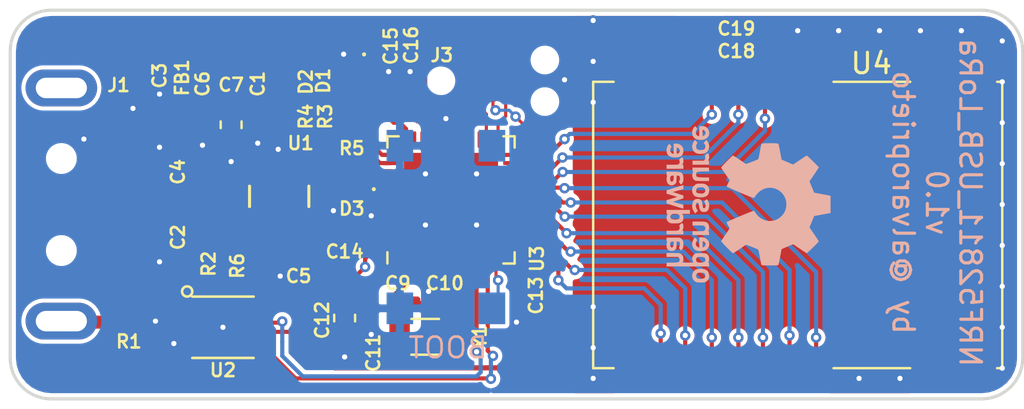
<source format=kicad_pcb>
(kicad_pcb (version 20171130) (host pcbnew 5.1.5+dfsg1-2build2)
  (title_block (title NRF52811_USB_LoRa) (date 2020-06-10) (rev 1.0) (company @alvaroprieto))
  (layers (0 F.Cu signal) (31 B.Cu signal) (34 B.Paste user) (35 F.Paste user) (36 B.SilkS user) (37 F.SilkS user) (38 B.Mask user) (39 F.Mask user) (44 Edge.Cuts user))
  (net 0 "")
  (net 1 GND)
  (net 2 +3V3)
  (net 3 "Net-(J1-Pad5)")
  (net 4 "Net-(U1-Pad4)")
  (net 5 "Net-(U3-Pad4)")
  (net 6 "Net-(U3-Pad6)")
  (net 7 "Net-(U3-Pad7)")
  (net 8 "Net-(U3-Pad8)")
  (net 9 /nRST)
  (net 10 /VIN)
  (net 11 /UART_RX)
  (net 12 /SWDIO)
  (net 13 /SWCLK)
  (net 14 /UART_TX)
  (net 15 /BOOT)
  (net 16 "Net-(C9-Pad1)")
  (net 17 "Net-(U2-Pad8)")
  (net 18 "Net-(C3-Pad2)")
  (net 19 "Net-(C10-Pad1)")
  (net 20 "Net-(C11-Pad1)")
  (net 21 "Net-(C14-Pad1)")
  (net 22 "Net-(C16-Pad2)")
  (net 23 "Net-(D1-Pad2)")
  (net 24 "Net-(D2-Pad2)")
  (net 25 "Net-(D3-Pad2)")
  (net 26 "Net-(J3-Pad6)")
  (net 27 "Net-(R2-Pad1)")
  (net 28 /TX_LED)
  (net 29 /RX_LED)
  (net 30 /STATUS_LED)
  (net 31 "Net-(R6-Pad2)")
  (net 32 "Net-(U2-Pad11)")
  (net 33 "Net-(U2-Pad6)")
  (net 34 "Net-(U2-Pad3)")
  (net 35 "Net-(U3-Pad5)")
  (net 36 "Net-(U3-Pad9)")
  (net 37 "Net-(U3-Pad27)")
  (net 38 "Net-(U3-Pad28)")
  (net 39 "Net-(U3-Pad29)")
  (net 40 "Net-(U3-Pad40)")
  (net 41 "Net-(U3-Pad41)")
  (net 42 "Net-(U3-Pad42)")
  (net 43 "Net-(U3-Pad43)")
  (net 44 "Net-(U3-Pad44)")
  (net 45 "Net-(U3-Pad30)")
  (net 46 "Net-(U3-Pad34)")
  (net 47 "Net-(U3-Pad35)")
  (net 48 "Net-(U4-Pad21)")
  (net 49 /E22_NSS)
  (net 50 /SCK)
  (net 51 /MOSI)
  (net 52 /MISO)
  (net 53 /E22_NRST)
  (net 54 /E22_DIO1)
  (net 55 /E22_DIO2)
  (net 56 /E22_TXEN)
  (net 57 /E22_RXEN)
  (net 58 "Net-(U3-Pad32)")
  (net 59 /USB_N)
  (net 60 /USB_P)
  (net 61 "Net-(U3-Pad47)")
  (net 62 /E22_BUSY)
  (module Symbol:OSHW-Logo_7.5x8mm_SilkScreen (layer B.Cu) (at 203.6 90 90)
    (fp_text reference REF** hide)
    (fp_text value OSHW-Logo_7.5x8mm_SilkScreen hide)
  )
  (module alvarop:MOLEX-0480371000 (layer F.Cu) (at 170 90 270)
    (fp_text reference J1 (at -5.837 -2.8 180) (layer F.SilkS) (effects (font (size 0.635 0.635) (thickness 0.127))))
    (fp_text value USB_A)
    (pad 5 thru_hole oval (at -5.7 0 270) (size 1.8 3.5) (drill oval 1 2.5) (layers *.Cu *.Mask) (net 3 "Net-(J1-Pad5)"))
    (pad 5 thru_hole oval (at 5.7 0 270) (size 1.8 3.5) (drill oval 1 2.5) (layers *.Cu *.Mask) (net 3 "Net-(J1-Pad5)"))
    (pad "" np_thru_hole circle (at -2.25 0 270) (size 1.1 1.1) (drill 1.1) (layers *.Cu *.Mask))
    (pad "" np_thru_hole circle (at 2.25 0 270) (size 1.1 1.1) (drill 1.1) (layers *.Cu *.Mask))
    (pad 1 smd rect (at 3.5 -2.6 270) (size 1.2 2) (layers F.Cu F.Paste F.Mask) (net 18 "Net-(C3-Pad2)"))
    (pad 4 smd rect (at -3.5 -2.6 270) (size 1.2 2) (layers F.Cu F.Paste F.Mask) (net 1 GND))
    (pad 2 smd rect (at 1 -2.6 270) (size 1.2 2) (layers F.Cu F.Paste F.Mask) (net 59 /USB_N))
    (pad 3 smd rect (at -1 -2.6 270) (size 1.2 2) (layers F.Cu F.Paste F.Mask) (net 60 /USB_P))
  )
  (module alvarop:TC2030-NL (layer F.Cu) (at 191.1 83.95)
    (fp_text reference J3 (at -2.5 -1.25) (layer F.SilkS) (effects (font (size 0.635 0.635) (thickness 0.127))))
    (fp_text value TC2030-CTX)
    (pad "" np_thru_hole circle (at -2.54 0) (size 0.9906 0.9906) (drill 0.9906) (layers *.Cu *.Mask))
    (pad "" np_thru_hole circle (at 2.54 -1.016) (size 0.9906 0.9906) (drill 0.9906) (layers *.Cu *.Mask))
    (pad "" np_thru_hole circle (at 2.54 1.016) (size 0.9906 0.9906) (drill 0.9906) (layers *.Cu *.Mask))
    (pad 6 smd circle (at 1.27 -0.635) (size 0.7874 0.7874) (layers F.Cu F.Mask) (net 26 "Net-(J3-Pad6)"))
    (pad 5 smd circle (at 1.27 0.635) (size 0.7874 0.7874) (layers F.Cu F.Mask) (net 1 GND))
    (pad 4 smd circle (at 0 -0.635) (size 0.7874 0.7874) (layers F.Cu F.Mask) (net 13 /SWCLK))
    (pad 3 smd circle (at 0 0.635) (size 0.7874 0.7874) (layers F.Cu F.Mask) (net 9 /nRST))
    (pad 2 smd circle (at -1.27 -0.635) (size 0.7874 0.7874) (layers F.Cu F.Mask) (net 12 /SWDIO))
    (pad 1 smd circle (at -1.27 0.635) (size 0.7874 0.7874) (layers F.Cu F.Mask) (net 2 +3V3))
  )
  (module LED_SMD:LED_0402_1005Metric (layer F.Cu) (at 184.185 89.25 180)
    (fp_text reference D3 (at -0.015 -0.95) (layer F.SilkS) (effects (font (size 0.635 0.635) (thickness 0.127))))
    (fp_text value LED_ALT)
    (pad 1 smd roundrect (at -0.485 0 180) (size 0.59 0.64) (layers F.Cu F.Paste F.Mask) (net 1 GND))
    (pad 2 smd roundrect (at 0.485 0 180) (size 0.59 0.64) (layers F.Cu F.Paste F.Mask) (net 25 "Net-(D3-Pad2)"))
  )
  (module Resistor_SMD:R_0402_1005Metric (layer F.Cu) (at 184.2 88.2)
    (fp_text reference R5 (at 0 -0.95) (layer F.SilkS) (effects (font (size 0.635 0.635) (thickness 0.127))))
    (fp_text value 10k)
    (pad 2 smd roundrect (at 0.485 0) (size 0.59 0.64) (layers F.Cu F.Paste F.Mask) (net 30 /STATUS_LED))
    (pad 1 smd roundrect (at -0.485 0) (size 0.59 0.64) (layers F.Cu F.Paste F.Mask) (net 25 "Net-(D3-Pad2)"))
  )
  (module Capacitor_SMD:C_0402_1005Metric (layer F.Cu) (at 183.965 91.2 180)
    (fp_text reference C14 (at 0.115 -1.1 180) (layer F.SilkS) (effects (font (size 0.635 0.635) (thickness 0.127))))
    (fp_text value 1uF)
    (pad 1 smd roundrect (at -0.485 0 180) (size 0.59 0.64) (layers F.Cu F.Paste F.Mask) (net 21 "Net-(C14-Pad1)"))
    (pad 2 smd roundrect (at 0.485 0 180) (size 0.59 0.64) (layers F.Cu F.Paste F.Mask) (net 1 GND))
  )
  (module Capacitor_SMD:C_0402_1005Metric (layer F.Cu) (at 179.6 85.785 270)
    (fp_text reference C1 (at -1.685 0 90) (layer F.SilkS) (effects (font (size 0.635 0.635) (thickness 0.127))))
    (fp_text value 1uF)
    (pad 1 smd roundrect (at -0.485 0 270) (size 0.59 0.64) (layers F.Cu F.Paste F.Mask) (net 10 /VIN))
    (pad 2 smd roundrect (at 0.485 0 270) (size 0.59 0.64) (layers F.Cu F.Paste F.Mask) (net 1 GND))
  )
  (module Inductor_SMD:L_0402_1005Metric (layer F.Cu) (at 175.8 85.815 90)
    (fp_text reference FB1 (at 2.015 0.1 270) (layer F.SilkS) (effects (font (size 0.635 0.635) (thickness 0.127))))
    (fp_text value FB)
    (pad 1 smd roundrect (at -0.485 0 90) (size 0.59 0.64) (layers F.Cu F.Paste F.Mask) (net 18 "Net-(C3-Pad2)"))
    (pad 2 smd roundrect (at 0.485 0 90) (size 0.59 0.64) (layers F.Cu F.Paste F.Mask) (net 10 /VIN))
  )
  (module alvarop:FTDI_DFN12 (layer F.Cu) (at 177.9 96)
    (fp_text reference U2 (at 0 2.1) (layer F.SilkS) (effects (font (size 0.635 0.635) (thickness 0.127))))
    (fp_text value FT234XD)
    (pad 5 smd rect (at 0 0) (size 1.7 2.5) (layers F.Cu F.Paste F.Mask) (net 1 GND))
    (pad 12 smd roundrect (at 1.55 -1.125) (size 0.65 0.25) (layers F.Cu F.Paste F.Mask) (net 31 "Net-(R6-Pad2)"))
    (pad 11 smd roundrect (at 1.55 -0.675) (size 0.65 0.25) (layers F.Cu F.Paste F.Mask) (net 32 "Net-(U2-Pad11)"))
    (pad 10 smd roundrect (at 1.55 -0.225) (size 0.65 0.25) (layers F.Cu F.Paste F.Mask) (net 14 /UART_TX))
    (pad 9 smd roundrect (at 1.55 0.225) (size 0.65 0.25) (layers F.Cu F.Paste F.Mask) (net 2 +3V3))
    (pad 8 smd roundrect (at 1.55 0.675) (size 0.65 0.25) (layers F.Cu F.Paste F.Mask) (net 17 "Net-(U2-Pad8)"))
    (pad 7 smd roundrect (at 1.55 1.125) (size 0.65 0.25) (layers F.Cu F.Paste F.Mask) (net 11 /UART_RX))
    (pad 6 smd roundrect (at -1.55 1.125) (size 0.65 0.25) (layers F.Cu F.Paste F.Mask) (net 33 "Net-(U2-Pad6)"))
    (pad 5 smd roundrect (at -1.55 0.675) (size 0.65 0.25) (layers F.Cu F.Paste F.Mask) (net 1 GND))
    (pad 4 smd roundrect (at -1.55 0.225) (size 0.65 0.25) (layers F.Cu F.Paste F.Mask) (net 10 /VIN))
    (pad 3 smd roundrect (at -1.55 -0.225) (size 0.65 0.25) (layers F.Cu F.Paste F.Mask) (net 34 "Net-(U2-Pad3)"))
    (pad 2 smd roundrect (at -1.55 -0.675) (size 0.65 0.25) (layers F.Cu F.Paste F.Mask) (net 10 /VIN))
    (pad 1 smd rect (at -1.55 -1.125) (size 0.65 0.25) (layers F.Cu F.Paste F.Mask) (net 27 "Net-(R2-Pad1)"))
  )
  (module Capacitor_SMD:C_0402_1005Metric (layer F.Cu) (at 186.05 84.8 90)
    (fp_text reference C15 (at 2.55 0.05 90) (layer F.SilkS) (effects (font (size 0.635 0.635) (thickness 0.127))))
    (fp_text value 0.1uF)
    (pad 2 smd roundrect (at 0.485 0 90) (size 0.59 0.64) (layers F.Cu F.Paste F.Mask) (net 1 GND))
    (pad 1 smd roundrect (at -0.485 0 90) (size 0.59 0.64) (layers F.Cu F.Paste F.Mask) (net 2 +3V3))
  )
  (module alvarop:E22-X00M22S (layer F.Cu) (at 215 84)
    (fp_text reference U4 (at -5.4 -0.9 180) (layer F.SilkS))
    (fp_text value E22-X00M22S)
    (pad 1 smd rect (at 0 0) (size 0.8 1.8) (layers F.Cu F.Paste F.Mask) (net 1 GND))
    (pad 2 smd rect (at -1.27 0) (size 0.8 1.8) (layers F.Cu F.Paste F.Mask) (net 1 GND))
    (pad 3 smd rect (at -2.54 0) (size 0.8 1.8) (layers F.Cu F.Paste F.Mask) (net 1 GND))
    (pad 4 smd rect (at -8.11 0) (size 0.8 1.8) (layers F.Cu F.Paste F.Mask) (net 1 GND))
    (pad 5 smd rect (at -9.38 0) (size 0.8 1.8) (layers F.Cu F.Paste F.Mask) (net 1 GND))
    (pad 6 smd rect (at -10.65 0) (size 0.8 1.8) (layers F.Cu F.Paste F.Mask) (net 57 /E22_RXEN))
    (pad 7 smd rect (at -11.92 0) (size 0.8 1.8) (layers F.Cu F.Paste F.Mask) (net 56 /E22_TXEN))
    (pad 8 smd rect (at -13.19 0) (size 0.8 1.8) (layers F.Cu F.Paste F.Mask) (net 55 /E22_DIO2))
    (pad 9 smd rect (at -14.46 0) (size 0.8 1.8) (layers F.Cu F.Paste F.Mask) (net 2 +3V3))
    (pad 10 smd rect (at -15.73 0) (size 0.8 1.8) (layers F.Cu F.Paste F.Mask) (net 1 GND))
    (pad 11 smd rect (at -17 0) (size 0.8 1.8) (layers F.Cu F.Paste F.Mask) (net 1 GND))
    (pad 12 smd rect (at -17 14) (size 0.8 1.8) (layers F.Cu F.Paste F.Mask) (net 1 GND))
    (pad 13 smd rect (at -15.73 14) (size 0.8 1.8) (layers F.Cu F.Paste F.Mask) (net 54 /E22_DIO1))
    (pad 14 smd rect (at -14.46 14) (size 0.8 1.8) (layers F.Cu F.Paste F.Mask) (net 62 /E22_BUSY))
    (pad 15 smd rect (at -13.19 14) (size 0.8 1.8) (layers F.Cu F.Paste F.Mask) (net 53 /E22_NRST))
    (pad 16 smd rect (at -11.92 14) (size 0.8 1.8) (layers F.Cu F.Paste F.Mask) (net 52 /MISO))
    (pad 17 smd rect (at -10.65 14) (size 0.8 1.8) (layers F.Cu F.Paste F.Mask) (net 51 /MOSI))
    (pad 18 smd rect (at -9.38 14) (size 0.8 1.8) (layers F.Cu F.Paste F.Mask) (net 50 /SCK))
    (pad 19 smd rect (at -8.11 14) (size 0.8 1.8) (layers F.Cu F.Paste F.Mask) (net 49 /E22_NSS))
    (pad 20 smd rect (at -2.54 14) (size 0.8 1.8) (layers F.Cu F.Paste F.Mask) (net 1 GND))
    (pad 21 smd rect (at -1.27 14) (size 0.8 1.8) (layers F.Cu F.Paste F.Mask) (net 48 "Net-(U4-Pad21)"))
    (pad 22 smd rect (at 0 14) (size 0.8 1.8) (layers F.Cu F.Paste F.Mask) (net 1 GND))
  )
  (module Capacitor_SMD:C_0402_1005Metric (layer F.Cu) (at 201 81.4)
    (fp_text reference C19 (at 2 0) (layer F.SilkS) (effects (font (size 0.635 0.635) (thickness 0.127))))
    (fp_text value 1uF)
    (pad 2 smd roundrect (at 0.485 0) (size 0.59 0.64) (layers F.Cu F.Paste F.Mask) (net 1 GND))
    (pad 1 smd roundrect (at -0.485 0) (size 0.59 0.64) (layers F.Cu F.Paste F.Mask) (net 2 +3V3))
  )
  (module Capacitor_SMD:C_0402_1005Metric (layer F.Cu) (at 201 82.4)
    (fp_text reference C18 (at 2 0.1) (layer F.SilkS) (effects (font (size 0.635 0.635) (thickness 0.127))))
    (fp_text value 0.1uF)
    (pad 2 smd roundrect (at 0.485 0) (size 0.59 0.64) (layers F.Cu F.Paste F.Mask) (net 1 GND))
    (pad 1 smd roundrect (at -0.485 0) (size 0.59 0.64) (layers F.Cu F.Paste F.Mask) (net 2 +3V3))
  )
  (module Capacitor_SMD:C_0402_1005Metric (layer F.Cu) (at 181.15 92.55 180)
    (fp_text reference C5 (at -0.45 -0.95) (layer F.SilkS) (effects (font (size 0.635 0.635) (thickness 0.127))))
    (fp_text value 1uF)
    (pad 1 smd roundrect (at -0.485 0 180) (size 0.59 0.64) (layers F.Cu F.Paste F.Mask) (net 2 +3V3))
    (pad 2 smd roundrect (at 0.485 0 180) (size 0.59 0.64) (layers F.Cu F.Paste F.Mask) (net 1 GND))
  )
  (module "alvarop:SOT-23(M5)" (layer F.Cu) (at 180.65 89.6)
    (fp_text reference U1 (at 1.05 -2.6 180) (layer F.SilkS) (effects (font (size 0.635 0.635) (thickness 0.127))))
    (fp_text value MIC550X hide)
    (pad 5 smd rect (at 0.95 1.315) (size 0.66 1) (layers F.Cu F.Paste F.Mask) (net 2 +3V3))
    (pad 4 smd rect (at -0.95 1.315) (size 0.66 1) (layers F.Cu F.Paste F.Mask) (net 4 "Net-(U1-Pad4)"))
    (pad 3 smd rect (at -0.95 -1.315) (size 0.66 1) (layers F.Cu F.Paste F.Mask) (net 10 /VIN))
    (pad 2 smd rect (at 0 -1.315) (size 0.66 1) (layers F.Cu F.Paste F.Mask) (net 1 GND))
    (pad 1 smd rect (at 0.95 -1.315) (size 0.66 1) (layers F.Cu F.Paste F.Mask) (net 10 /VIN))
  )
  (module alvarop:PTS645SM43SMTR92 (layer B.Cu) (at 188.8 91.1 270)
    (fp_text reference SW1 hide)
    (fp_text value RST)
    (pad 1 smd rect (at -3.975 2.25 270) (size 1.55 1.3) (layers B.Cu B.Paste B.Mask) (net 1 GND))
    (pad 1 smd rect (at 3.975 2.25 270) (size 1.55 1.3) (layers B.Cu B.Paste B.Mask) (net 1 GND))
    (pad 2 smd rect (at -3.975 -2.25 270) (size 1.55 1.3) (layers B.Cu B.Paste B.Mask) (net 15 /BOOT))
    (pad 2 smd rect (at 3.975 -2.25 270) (size 1.55 1.3) (layers B.Cu B.Paste B.Mask) (net 15 /BOOT))
  )
  (module Capacitor_SMD:C_0402_1005Metric (layer F.Cu) (at 186.77 94.816)
    (fp_text reference C9 (at -0.32 -0.966) (layer F.SilkS) (effects (font (size 0.635 0.635) (thickness 0.127))))
    (fp_text value 12pF)
    (pad 2 smd roundrect (at 0.485 0) (size 0.59 0.64) (layers F.Cu F.Paste F.Mask) (net 1 GND))
    (pad 1 smd roundrect (at -0.485 0) (size 0.59 0.64) (layers F.Cu F.Paste F.Mask) (net 16 "Net-(C9-Pad1)"))
  )
  (module Capacitor_SMD:C_0402_1005Metric (layer F.Cu) (at 188.698 94.816 180)
    (fp_text reference C10 (at -0.052 0.966) (layer F.SilkS) (effects (font (size 0.635 0.635) (thickness 0.127))))
    (fp_text value 12pF)
    (pad 2 smd roundrect (at 0.485 0 180) (size 0.59 0.64) (layers F.Cu F.Paste F.Mask) (net 1 GND))
    (pad 1 smd roundrect (at -0.485 0 180) (size 0.59 0.64) (layers F.Cu F.Paste F.Mask) (net 19 "Net-(C10-Pad1)"))
  )
  (module Capacitor_SMD:C_0402_1005Metric (layer F.Cu) (at 192.25 94.45 270)
    (fp_text reference C13 (at 0 -0.95 90) (layer F.SilkS) (effects (font (size 0.635 0.635) (thickness 0.127))))
    (fp_text value 0.1uF)
    (pad 2 smd roundrect (at 0.485 0 270) (size 0.59 0.64) (layers F.Cu F.Paste F.Mask) (net 1 GND))
    (pad 1 smd roundrect (at -0.485 0 270) (size 0.59 0.64) (layers F.Cu F.Paste F.Mask) (net 2 +3V3))
  )
  (module Capacitor_SMD:C_0402_1005Metric (layer F.Cu) (at 187.05 84.8 270)
    (fp_text reference C16 (at -2.6 -0.05 90) (layer F.SilkS) (effects (font (size 0.635 0.635) (thickness 0.127))))
    (fp_text value 100pF)
    (pad 2 smd roundrect (at 0.485 0 270) (size 0.59 0.64) (layers F.Cu F.Paste F.Mask) (net 22 "Net-(C16-Pad2)"))
    (pad 1 smd roundrect (at -0.485 0 270) (size 0.59 0.64) (layers F.Cu F.Paste F.Mask) (net 1 GND))
  )
  (module Capacitor_SMD:C_0402_1005Metric (layer F.Cu) (at 185.15 95.05 270)
    (fp_text reference C11 (at 2.2 -0.1 90) (layer F.SilkS) (effects (font (size 0.635 0.635) (thickness 0.127))))
    (fp_text value 0.1uF)
    (pad 2 smd roundrect (at 0.485 0 270) (size 0.59 0.64) (layers F.Cu F.Paste F.Mask) (net 1 GND))
    (pad 1 smd roundrect (at -0.485 0 270) (size 0.59 0.64) (layers F.Cu F.Paste F.Mask) (net 20 "Net-(C11-Pad1)"))
  )
  (module Capacitor_SMD:C_0603_1608Metric (layer F.Cu) (at 183.85 95.55 270)
    (fp_text reference C12 (at 0.1 1.1 90) (layer F.SilkS) (effects (font (size 0.635 0.635) (thickness 0.127))))
    (fp_text value 4.7uF)
    (pad 2 smd roundrect (at 0.7875 0 270) (size 0.875 0.95) (layers F.Cu F.Paste F.Mask) (net 1 GND))
    (pad 1 smd roundrect (at -0.7875 0 270) (size 0.875 0.95) (layers F.Cu F.Paste F.Mask) (net 2 +3V3))
  )
  (module Crystal:Crystal_SMD_3215-2Pin_3.2x1.5mm (layer F.Cu) (at 187.786 96.467 180)
    (fp_text reference Y1 (at -2.667 0 270) (layer F.SilkS) (effects (font (size 0.635 0.635) (thickness 0.127))))
    (fp_text value 32.768kHz)
    (pad 1 smd rect (at 1.25 0 180) (size 1 1.8) (layers F.Cu F.Paste F.Mask) (net 16 "Net-(C9-Pad1)"))
    (pad 2 smd rect (at -1.25 0 180) (size 1 1.8) (layers F.Cu F.Paste F.Mask) (net 19 "Net-(C10-Pad1)"))
  )
  (module Package_DFN_QFN:QFN-48-1EP_6x6mm_P0.4mm_EP4.6x4.6mm (layer F.Cu) (at 189.05 89.774 90)
    (fp_text reference U3 (at -2.876 4.201 90) (layer F.SilkS) (effects (font (size 0.635 0.635) (thickness 0.127))))
    (fp_text value NRF52811-QFAA)
    (pad 48 smd roundrect (at -2.2 -2.95 90) (size 0.2 0.8) (layers F.Cu F.Paste F.Mask) (net 2 +3V3))
    (pad 47 smd roundrect (at -1.8 -2.95 90) (size 0.2 0.8) (layers F.Cu F.Paste F.Mask) (net 61 "Net-(U3-Pad47)"))
    (pad 46 smd roundrect (at -1.4 -2.95 90) (size 0.2 0.8) (layers F.Cu F.Paste F.Mask) (net 21 "Net-(C14-Pad1)"))
    (pad 45 smd roundrect (at -1 -2.95 90) (size 0.2 0.8) (layers F.Cu F.Paste F.Mask) (net 1 GND))
    (pad 44 smd roundrect (at -0.6 -2.95 90) (size 0.2 0.8) (layers F.Cu F.Paste F.Mask) (net 44 "Net-(U3-Pad44)"))
    (pad 43 smd roundrect (at -0.2 -2.95 90) (size 0.2 0.8) (layers F.Cu F.Paste F.Mask) (net 43 "Net-(U3-Pad43)"))
    (pad 42 smd roundrect (at 0.2 -2.95 90) (size 0.2 0.8) (layers F.Cu F.Paste F.Mask) (net 42 "Net-(U3-Pad42)"))
    (pad 41 smd roundrect (at 0.6 -2.95 90) (size 0.2 0.8) (layers F.Cu F.Paste F.Mask) (net 41 "Net-(U3-Pad41)"))
    (pad 40 smd roundrect (at 1 -2.95 90) (size 0.2 0.8) (layers F.Cu F.Paste F.Mask) (net 40 "Net-(U3-Pad40)"))
    (pad 39 smd roundrect (at 1.4 -2.95 90) (size 0.2 0.8) (layers F.Cu F.Paste F.Mask) (net 30 /STATUS_LED))
    (pad 38 smd roundrect (at 1.8 -2.95 90) (size 0.2 0.8) (layers F.Cu F.Paste F.Mask) (net 29 /RX_LED))
    (pad 37 smd roundrect (at 2.2 -2.95 90) (size 0.2 0.8) (layers F.Cu F.Paste F.Mask) (net 28 /TX_LED))
    (pad 36 smd roundrect (at 2.95 -2.2 90) (size 0.8 0.2) (layers F.Cu F.Paste F.Mask) (net 2 +3V3))
    (pad 35 smd roundrect (at 2.95 -1.8 90) (size 0.8 0.2) (layers F.Cu F.Paste F.Mask) (net 47 "Net-(U3-Pad35)"))
    (pad 34 smd roundrect (at 2.95 -1.4 90) (size 0.8 0.2) (layers F.Cu F.Paste F.Mask) (net 46 "Net-(U3-Pad34)"))
    (pad 33 smd roundrect (at 2.95 -1 90) (size 0.8 0.2) (layers F.Cu F.Paste F.Mask) (net 22 "Net-(C16-Pad2)"))
    (pad 32 smd roundrect (at 2.95 -0.6 90) (size 0.8 0.2) (layers F.Cu F.Paste F.Mask) (net 58 "Net-(U3-Pad32)"))
    (pad 31 smd roundrect (at 2.95 -0.2 90) (size 0.8 0.2) (layers F.Cu F.Paste F.Mask) (net 1 GND))
    (pad 30 smd roundrect (at 2.95 0.2 90) (size 0.8 0.2) (layers F.Cu F.Paste F.Mask) (net 45 "Net-(U3-Pad30)"))
    (pad 29 smd roundrect (at 2.95 0.6 90) (size 0.8 0.2) (layers F.Cu F.Paste F.Mask) (net 39 "Net-(U3-Pad29)"))
    (pad 28 smd roundrect (at 2.95 1 90) (size 0.8 0.2) (layers F.Cu F.Paste F.Mask) (net 38 "Net-(U3-Pad28)"))
    (pad 27 smd roundrect (at 2.95 1.4 90) (size 0.8 0.2) (layers F.Cu F.Paste F.Mask) (net 37 "Net-(U3-Pad27)"))
    (pad 26 smd roundrect (at 2.95 1.8 90) (size 0.8 0.2) (layers F.Cu F.Paste F.Mask) (net 12 /SWDIO))
    (pad 25 smd roundrect (at 2.95 2.2 90) (size 0.8 0.2) (layers F.Cu F.Paste F.Mask) (net 13 /SWCLK))
    (pad 24 smd roundrect (at 2.2 2.95 90) (size 0.2 0.8) (layers F.Cu F.Paste F.Mask) (net 9 /nRST))
    (pad 23 smd roundrect (at 1.8 2.95 90) (size 0.2 0.8) (layers F.Cu F.Paste F.Mask) (net 55 /E22_DIO2))
    (pad 22 smd roundrect (at 1.4 2.95 90) (size 0.2 0.8) (layers F.Cu F.Paste F.Mask) (net 56 /E22_TXEN))
    (pad 21 smd roundrect (at 1 2.95 90) (size 0.2 0.8) (layers F.Cu F.Paste F.Mask) (net 57 /E22_RXEN))
    (pad 20 smd roundrect (at 0.6 2.95 90) (size 0.2 0.8) (layers F.Cu F.Paste F.Mask) (net 49 /E22_NSS))
    (pad 19 smd roundrect (at 0.2 2.95 90) (size 0.2 0.8) (layers F.Cu F.Paste F.Mask) (net 50 /SCK))
    (pad 18 smd roundrect (at -0.2 2.95 90) (size 0.2 0.8) (layers F.Cu F.Paste F.Mask) (net 51 /MOSI))
    (pad 17 smd roundrect (at -0.6 2.95 90) (size 0.2 0.8) (layers F.Cu F.Paste F.Mask) (net 52 /MISO))
    (pad 16 smd roundrect (at -1 2.95 90) (size 0.2 0.8) (layers F.Cu F.Paste F.Mask) (net 53 /E22_NRST))
    (pad 15 smd roundrect (at -1.4 2.95 90) (size 0.2 0.8) (layers F.Cu F.Paste F.Mask) (net 62 /E22_BUSY))
    (pad 14 smd roundrect (at -1.8 2.95 90) (size 0.2 0.8) (layers F.Cu F.Paste F.Mask) (net 54 /E22_DIO1))
    (pad 13 smd roundrect (at -2.2 2.95 90) (size 0.2 0.8) (layers F.Cu F.Paste F.Mask) (net 2 +3V3))
    (pad 12 smd roundrect (at -2.95 2.2 90) (size 0.8 0.2) (layers F.Cu F.Paste F.Mask) (net 15 /BOOT))
    (pad 11 smd roundrect (at -2.95 1.8 90) (size 0.8 0.2) (layers F.Cu F.Paste F.Mask) (net 11 /UART_RX))
    (pad 10 smd roundrect (at -2.95 1.4 90) (size 0.8 0.2) (layers F.Cu F.Paste F.Mask) (net 14 /UART_TX))
    (pad 9 smd roundrect (at -2.95 1 90) (size 0.8 0.2) (layers F.Cu F.Paste F.Mask) (net 36 "Net-(U3-Pad9)"))
    (pad 8 smd roundrect (at -2.95 0.6 90) (size 0.8 0.2) (layers F.Cu F.Paste F.Mask) (net 8 "Net-(U3-Pad8)"))
    (pad 7 smd roundrect (at -2.95 0.2 90) (size 0.8 0.2) (layers F.Cu F.Paste F.Mask) (net 7 "Net-(U3-Pad7)"))
    (pad 6 smd roundrect (at -2.95 -0.2 90) (size 0.8 0.2) (layers F.Cu F.Paste F.Mask) (net 6 "Net-(U3-Pad6)"))
    (pad 5 smd roundrect (at -2.95 -0.6 90) (size 0.8 0.2) (layers F.Cu F.Paste F.Mask) (net 35 "Net-(U3-Pad5)"))
    (pad 4 smd roundrect (at -2.95 -1 90) (size 0.8 0.2) (layers F.Cu F.Paste F.Mask) (net 5 "Net-(U3-Pad4)"))
    (pad 3 smd roundrect (at -2.95 -1.4 90) (size 0.8 0.2) (layers F.Cu F.Paste F.Mask) (net 19 "Net-(C10-Pad1)"))
    (pad 2 smd roundrect (at -2.95 -1.8 90) (size 0.8 0.2) (layers F.Cu F.Paste F.Mask) (net 16 "Net-(C9-Pad1)"))
    (pad 1 smd roundrect (at -2.95 -2.2 90) (size 0.8 0.2) (layers F.Cu F.Paste F.Mask) (net 20 "Net-(C11-Pad1)"))
    (pad 49 smd roundrect (at 0 0 90) (size 4.6 4.6) (layers F.Cu F.Mask) (roundrect_rratio 0.054348) (net 1 GND))
  )
  (module Capacitor_SMD:C_0402_1005Metric (layer F.Cu) (at 174.75 91.485 270)
    (fp_text reference C2 (at 0.115 -0.95 270) (layer F.SilkS) (effects (font (size 0.635 0.635) (thickness 0.127))))
    (fp_text value 47pF)
    (pad 2 smd roundrect (at 0.485 0 270) (size 0.59 0.64) (layers F.Cu F.Paste F.Mask) (net 1 GND))
    (pad 1 smd roundrect (at -0.485 0 270) (size 0.59 0.64) (layers F.Cu F.Paste F.Mask) (net 59 /USB_N))
  )
  (module Capacitor_SMD:C_0402_1005Metric (layer F.Cu) (at 174.75 85.815 270)
    (fp_text reference C3 (at -2.115 -0.05 90) (layer F.SilkS) (effects (font (size 0.635 0.635) (thickness 0.127))))
    (fp_text value 10nF)
    (pad 1 smd roundrect (at -0.485 0 270) (size 0.59 0.64) (layers F.Cu F.Paste F.Mask) (net 1 GND))
    (pad 2 smd roundrect (at 0.485 0 270) (size 0.59 0.64) (layers F.Cu F.Paste F.Mask) (net 18 "Net-(C3-Pad2)"))
  )
  (module Capacitor_SMD:C_0402_1005Metric (layer F.Cu) (at 174.75 88.515 90)
    (fp_text reference C4 (at 0.115 0.95 270) (layer F.SilkS) (effects (font (size 0.635 0.635) (thickness 0.127))))
    (fp_text value 47pF)
    (pad 1 smd roundrect (at -0.485 0 90) (size 0.59 0.64) (layers F.Cu F.Paste F.Mask) (net 60 /USB_P))
    (pad 2 smd roundrect (at 0.485 0 90) (size 0.59 0.64) (layers F.Cu F.Paste F.Mask) (net 1 GND))
  )
  (module Capacitor_SMD:C_0402_1005Metric (layer F.Cu) (at 176.9 85.815 270)
    (fp_text reference C6 (at -1.715 0 90) (layer F.SilkS) (effects (font (size 0.635 0.635) (thickness 0.127))))
    (fp_text value 0.1uF)
    (pad 2 smd roundrect (at 0.485 0 270) (size 0.59 0.64) (layers F.Cu F.Paste F.Mask) (net 1 GND))
    (pad 1 smd roundrect (at -0.485 0 270) (size 0.59 0.64) (layers F.Cu F.Paste F.Mask) (net 10 /VIN))
  )
  (module Capacitor_SMD:C_0603_1608Metric (layer F.Cu) (at 178.3 86.1 270)
    (fp_text reference C7 (at -1.95 0 180) (layer F.SilkS) (effects (font (size 0.635 0.635) (thickness 0.127))))
    (fp_text value 4.7uF)
    (pad 1 smd roundrect (at -0.7875 0 270) (size 0.875 0.95) (layers F.Cu F.Paste F.Mask) (net 10 /VIN))
    (pad 2 smd roundrect (at 0.7875 0 270) (size 0.875 0.95) (layers F.Cu F.Paste F.Mask) (net 1 GND))
  )
  (module LED_SMD:LED_0402_1005Metric (layer F.Cu) (at 184.8 83.75 270)
    (fp_text reference D1 (at 0.2 2 90) (layer F.SilkS) (effects (font (size 0.635 0.635) (thickness 0.127))))
    (fp_text value LED_ALT)
    (pad 2 smd roundrect (at 0.485 0 270) (size 0.59 0.64) (layers F.Cu F.Paste F.Mask) (net 23 "Net-(D1-Pad2)"))
    (pad 1 smd roundrect (at -0.485 0 270) (size 0.59 0.64) (layers F.Cu F.Paste F.Mask) (net 1 GND))
  )
  (module LED_SMD:LED_0402_1005Metric (layer F.Cu) (at 183.8 83.75 270)
    (fp_text reference D2 (at 0.25 1.85 90) (layer F.SilkS) (effects (font (size 0.635 0.635) (thickness 0.127))))
    (fp_text value LED_ALT)
    (pad 1 smd roundrect (at -0.485 0 270) (size 0.59 0.64) (layers F.Cu F.Paste F.Mask) (net 1 GND))
    (pad 2 smd roundrect (at 0.485 0 270) (size 0.59 0.64) (layers F.Cu F.Paste F.Mask) (net 24 "Net-(D2-Pad2)"))
  )
  (module Resistor_SMD:R_0402_1005Metric (layer F.Cu) (at 173.25 95.75)
    (fp_text reference R1 (at 0.05 0.95) (layer F.SilkS) (effects (font (size 0.635 0.635) (thickness 0.127))))
    (fp_text value DNP)
    (pad 1 smd roundrect (at -0.485 0) (size 0.59 0.64) (layers F.Cu F.Paste F.Mask) (net 3 "Net-(J1-Pad5)"))
    (pad 2 smd roundrect (at 0.485 0) (size 0.59 0.64) (layers F.Cu F.Paste F.Mask) (net 1 GND))
  )
  (module Resistor_SMD:R_0402_1005Metric (layer F.Cu) (at 176.25 93 90)
    (fp_text reference R2 (at 0.1 0.95 90) (layer F.SilkS) (effects (font (size 0.635 0.635) (thickness 0.127))))
    (fp_text value 27)
    (pad 2 smd roundrect (at 0.485 0 90) (size 0.59 0.64) (layers F.Cu F.Paste F.Mask) (net 59 /USB_N))
    (pad 1 smd roundrect (at -0.485 0 90) (size 0.59 0.64) (layers F.Cu F.Paste F.Mask) (net 27 "Net-(R2-Pad1)"))
  )
  (module Resistor_SMD:R_0402_1005Metric (layer F.Cu) (at 184.8 85.75 270)
    (fp_text reference R3 (at -0.05 1.9 90) (layer F.SilkS) (effects (font (size 0.635 0.635) (thickness 0.127))))
    (fp_text value 10k)
    (pad 1 smd roundrect (at -0.485 0 270) (size 0.59 0.64) (layers F.Cu F.Paste F.Mask) (net 23 "Net-(D1-Pad2)"))
    (pad 2 smd roundrect (at 0.485 0 270) (size 0.59 0.64) (layers F.Cu F.Paste F.Mask) (net 28 /TX_LED))
  )
  (module Resistor_SMD:R_0402_1005Metric (layer F.Cu) (at 183.8 85.75 270)
    (fp_text reference R4 (at -0.05 1.85 90) (layer F.SilkS) (effects (font (size 0.635 0.635) (thickness 0.127))))
    (fp_text value 10k)
    (pad 2 smd roundrect (at 0.485 0 270) (size 0.59 0.64) (layers F.Cu F.Paste F.Mask) (net 29 /RX_LED))
    (pad 1 smd roundrect (at -0.485 0 270) (size 0.59 0.64) (layers F.Cu F.Paste F.Mask) (net 24 "Net-(D2-Pad2)"))
  )
  (module Resistor_SMD:R_0402_1005Metric (layer F.Cu) (at 179.5 93 270)
    (fp_text reference R6 (at 0 0.9 90) (layer F.SilkS) (effects (font (size 0.635 0.635) (thickness 0.127))))
    (fp_text value 27)
    (pad 1 smd roundrect (at -0.485 0 270) (size 0.59 0.64) (layers F.Cu F.Paste F.Mask) (net 60 /USB_P))
    (pad 2 smd roundrect (at 0.485 0 270) (size 0.59 0.64) (layers F.Cu F.Paste F.Mask) (net 31 "Net-(R6-Pad2)"))
  )
  (gr_arc (start 169.5 82.5) (end 169.5 80.5) (angle -90) (layer Edge.Cuts) (width 0.15))
  (gr_line (start 167.5 82.5) (end 167.5 97.5) (layer Edge.Cuts) (width 0.15))
  (gr_arc (start 169.5 97.5) (end 167.5 97.5) (angle -90) (layer Edge.Cuts) (width 0.15))
  (gr_arc (start 215 82.5) (end 217 82.5) (angle -90) (layer Edge.Cuts) (width 0.15))
  (gr_arc (start 215 97.5) (end 215 99.5) (angle -90) (layer Edge.Cuts) (width 0.15))
  (gr_line (start 169.5 80.5) (end 215 80.5) (layer Edge.Cuts) (width 0.15))
  (gr_line (start 217 97.5) (end 217 82.5) (layer Edge.Cuts) (width 0.15))
  (gr_line (start 169.5 99.5) (end 215 99.5) (layer Edge.Cuts) (width 0.15))
  (gr_text "NRF52811_USB_LoRa\nv1.0\nby @alvaroprieto" (at 212.8 89.9 270) (layer B.SilkS) (effects (font (size 1.016 1.016) (thickness 0.1524)) (justify mirror)))
  (gr_text BOOT (at 188.9 97) (layer B.SilkS) (effects (font (size 1 1) (thickness 0.128)) (justify mirror)))
  (via (at 190.3 88.5) (size 0.508) (drill 0.254) (layers F.Cu B.Cu) (net 1))
  (via (at 187.8 88.5) (size 0.508) (drill 0.254) (layers F.Cu B.Cu) (net 1))
  (via (at 190.3 91) (size 0.508) (drill 0.254) (layers F.Cu B.Cu) (net 1))
  (via (at 187.8 91) (size 0.508) (drill 0.254) (layers F.Cu B.Cu) (net 1))
  (via (at 185.15 90.55) (size 0.508) (drill 0.254) (layers F.Cu B.Cu) (net 1))
  (segment (start 186.1 90.774) (end 185.374 90.774) (width 0.2032) (layer F.Cu) (net 1))
  (segment (start 185.374 90.774) (end 185.15 90.55) (width 0.2032) (layer F.Cu) (net 1))
  (via (at 185.15 96.35) (size 0.508) (drill 0.254) (layers F.Cu B.Cu) (net 1))
  (segment (start 185.15 95.535) (end 185.15 96.35) (width 0.2032) (layer F.Cu) (net 1))
  (via (at 183.85 97.45) (size 0.508) (drill 0.254) (layers F.Cu B.Cu) (net 1))
  (segment (start 183.85 96.3375) (end 183.85 97.45) (width 0.2032) (layer F.Cu) (net 1))
  (segment (start 188.213 94.816) (end 187.684 94.816) (width 0.2032) (layer F.Cu) (net 1))
  (segment (start 187.684 94.816) (end 187.255 94.816) (width 0.2032) (layer F.Cu) (net 1))
  (via (at 192.25 95.75) (size 0.508) (drill 0.254) (layers F.Cu B.Cu) (net 1))
  (segment (start 192.25 94.935) (end 192.25 95.75) (width 0.2032) (layer F.Cu) (net 1))
  (via (at 174.8 84.6) (size 0.508) (drill 0.254) (layers F.Cu B.Cu) (net 1))
  (segment (start 174.75 85.33) (end 174.75 84.65) (width 0.508) (layer F.Cu) (net 1))
  (segment (start 174.75 84.65) (end 174.8 84.6) (width 0.508) (layer F.Cu) (net 1))
  (segment (start 184.8 83.265) (end 183.8 83.265) (width 0.2032) (layer F.Cu) (net 1))
  (via (at 183.8 82.65) (size 0.508) (drill 0.254) (layers F.Cu B.Cu) (net 1))
  (segment (start 183.8 83.265) (end 183.8 82.65) (width 0.2032) (layer F.Cu) (net 1))
  (via (at 174.6 95.7) (size 0.508) (drill 0.254) (layers F.Cu B.Cu) (net 1))
  (segment (start 173.735 95.75) (end 174.55 95.75) (width 0.508) (layer F.Cu) (net 1))
  (segment (start 174.55 95.75) (end 174.6 95.7) (width 0.508) (layer F.Cu) (net 1))
  (segment (start 184.67 90.07) (end 185.15 90.55) (width 0.2032) (layer F.Cu) (net 1))
  (segment (start 184.67 89.25) (end 184.67 90.07) (width 0.2032) (layer F.Cu) (net 1))
  (via (at 187.05 83.5) (size 0.508) (drill 0.254) (layers F.Cu B.Cu) (net 1))
  (segment (start 187.05 84.315) (end 187.05 83.5) (width 0.2032) (layer F.Cu) (net 1))
  (segment (start 183.85 94.05) (end 183.85 94.7625) (width 0.2032) (layer F.Cu) (net 2))
  (segment (start 184.85 93.05) (end 183.85 94.05) (width 0.2032) (layer F.Cu) (net 2))
  (segment (start 184.85 92.65) (end 184.85 93.05) (width 0.2032) (layer F.Cu) (net 2))
  (segment (start 186.1 91.974) (end 185.526 91.974) (width 0.2032) (layer F.Cu) (net 2))
  (segment (start 185.526 91.974) (end 184.85 92.65) (width 0.2032) (layer F.Cu) (net 2))
  (segment (start 192 91.974) (end 192.526 91.974) (width 0.2032) (layer F.Cu) (net 2))
  (segment (start 192.526 91.974) (end 192.75 92.198) (width 0.2032) (layer F.Cu) (net 2))
  (segment (start 192.75 92.198) (end 192.75 92.65) (width 0.2032) (layer F.Cu) (net 2))
  (segment (start 192.25 93.15) (end 192.25 93.965) (width 0.2032) (layer F.Cu) (net 2))
  (via (at 184.85 93.05) (size 0.508) (drill 0.254) (layers F.Cu B.Cu) (net 2))
  (segment (start 192.45 92.95) (end 192.6 92.8) (width 0.2032) (layer F.Cu) (net 2))
  (segment (start 192.45 92.95) (end 192.25 93.15) (width 0.2032) (layer F.Cu) (net 2))
  (segment (start 192.75 92.65) (end 192.6 92.8) (width 0.2032) (layer F.Cu) (net 2))
  (segment (start 181.6 92.515) (end 181.635 92.55) (width 0.508) (layer F.Cu) (net 2))
  (segment (start 181.6 90.915) (end 181.6 92.515) (width 0.508) (layer F.Cu) (net 2))
  (segment (start 181.635 92.55) (end 181.635 93.735) (width 0.508) (layer F.Cu) (net 2))
  (segment (start 181.635 93.735) (end 182.6625 94.7625) (width 0.508) (layer F.Cu) (net 2))
  (segment (start 182.6625 94.7625) (end 182.9875 94.7625) (width 0.508) (layer F.Cu) (net 2))
  (segment (start 182.9875 94.7625) (end 183.85 94.7625) (width 0.508) (layer F.Cu) (net 2))
  (segment (start 192.915 93.965) (end 192.25 93.965) (width 0.254) (layer F.Cu) (net 2))
  (segment (start 193.25 94.3) (end 192.915 93.965) (width 0.254) (layer F.Cu) (net 2))
  (segment (start 193.25 97.1) (end 193.25 94.3) (width 0.254) (layer F.Cu) (net 2))
  (segment (start 192.366599 97.983401) (end 193.25 97.1) (width 0.254) (layer F.Cu) (net 2))
  (segment (start 183.383401 97.983401) (end 192.366599 97.983401) (width 0.254) (layer F.Cu) (net 2))
  (segment (start 182.9875 97.5875) (end 183.383401 97.983401) (width 0.254) (layer F.Cu) (net 2))
  (segment (start 182.9875 94.7625) (end 182.9875 97.5875) (width 0.254) (layer F.Cu) (net 2))
  (segment (start 186.85 86.824) (end 186.85 86.3) (width 0.2032) (layer F.Cu) (net 2))
  (segment (start 186.85 86.3) (end 186.55 86) (width 0.2032) (layer F.Cu) (net 2))
  (segment (start 186.55 86) (end 186.25 86) (width 0.2032) (layer F.Cu) (net 2))
  (segment (start 186.05 85.8) (end 186.05 85.285) (width 0.2032) (layer F.Cu) (net 2))
  (segment (start 186.25 86) (end 186.05 85.8) (width 0.2032) (layer F.Cu) (net 2))
  (segment (start 172.765 95.75) (end 171.051702 95.75) (width 0.635) (layer F.Cu) (net 3))
  (segment (start 175.8 85.33) (end 176.9 85.33) (width 0.508) (layer F.Cu) (net 10))
  (segment (start 178.2825 85.33) (end 178.3 85.3125) (width 0.508) (layer F.Cu) (net 10))
  (segment (start 176.9 85.33) (end 178.2825 85.33) (width 0.508) (layer F.Cu) (net 10))
  (segment (start 179.5875 85.3125) (end 179.6 85.3) (width 0.508) (layer F.Cu) (net 10))
  (segment (start 178.3 85.3125) (end 179.5875 85.3125) (width 0.508) (layer F.Cu) (net 10))
  (segment (start 179.6 85.3) (end 180.65 85.3) (width 0.508) (layer F.Cu) (net 10))
  (segment (start 181.6 86.25) (end 181.6 88.285) (width 0.508) (layer F.Cu) (net 10))
  (segment (start 180.65 85.3) (end 181.6 86.25) (width 0.508) (layer F.Cu) (net 10))
  (segment (start 179.7 89.293) (end 179.907 89.5) (width 0.508) (layer F.Cu) (net 10))
  (segment (start 179.7 88.285) (end 179.7 89.293) (width 0.508) (layer F.Cu) (net 10))
  (segment (start 179.907 89.5) (end 181.35 89.5) (width 0.508) (layer F.Cu) (net 10))
  (segment (start 181.35 89.5) (end 181.6 89.25) (width 0.508) (layer F.Cu) (net 10))
  (segment (start 181.6 89.25) (end 181.6 88.285) (width 0.508) (layer F.Cu) (net 10))
  (segment (start 187.25 92.724) (end 187.25 93.45) (width 0.2032) (layer F.Cu) (net 16))
  (segment (start 187.25 93.45) (end 186.35 94.35) (width 0.2032) (layer F.Cu) (net 16))
  (segment (start 186.285 94.396) (end 186.285 94.816) (width 0.2032) (layer F.Cu) (net 16))
  (segment (start 186.331 94.35) (end 186.285 94.396) (width 0.2032) (layer F.Cu) (net 16))
  (segment (start 186.35 94.35) (end 186.331 94.35) (width 0.2032) (layer F.Cu) (net 16))
  (segment (start 186.285 96.216) (end 186.536 96.467) (width 0.2032) (layer F.Cu) (net 16))
  (segment (start 186.285 94.816) (end 186.285 96.216) (width 0.2032) (layer F.Cu) (net 16))
  (segment (start 172.637 86.3) (end 172.6 86.337) (width 0.508) (layer F.Cu) (net 1))
  (via (at 180.7 93.5) (size 0.508) (drill 0.254) (layers F.Cu B.Cu) (net 1))
  (segment (start 180.665 93.465) (end 180.7 93.5) (width 0.2032) (layer F.Cu) (net 1))
  (segment (start 180.665 92.55) (end 180.665 93.465) (width 0.2032) (layer F.Cu) (net 1))
  (via (at 177.9 96) (size 0.508) (drill 0.254) (layers F.Cu B.Cu) (net 1))
  (via (at 175.499705 96.79604) (size 0.508) (drill 0.254) (layers F.Cu B.Cu) (net 1))
  (segment (start 175.620745 96.675) (end 175.499705 96.79604) (width 0.2032) (layer F.Cu) (net 1))
  (segment (start 176.35 96.675) (end 175.620745 96.675) (width 0.2032) (layer F.Cu) (net 1))
  (via (at 194.6 83.9) (size 0.508) (drill 0.254) (layers F.Cu B.Cu) (net 1))
  (segment (start 193.055 83.9) (end 194.6 83.9) (width 0.3048) (layer F.Cu) (net 1))
  (segment (start 192.37 84.585) (end 193.055 83.9) (width 0.3048) (layer F.Cu) (net 1))
  (segment (start 174.75 88.03) (end 174.73 88.03) (width 0.2032) (layer F.Cu) (net 1))
  (via (at 174.8 87.2) (size 0.508) (drill 0.254) (layers F.Cu B.Cu) (net 1))
  (segment (start 174.8 87.96) (end 174.8 87.2) (width 0.2032) (layer F.Cu) (net 1))
  (segment (start 174.73 88.03) (end 174.8 87.96) (width 0.2032) (layer F.Cu) (net 1))
  (via (at 183.3 90.3) (size 0.508) (drill 0.254) (layers F.Cu B.Cu) (net 1))
  (segment (start 183.48 90.48) (end 183.3 90.3) (width 0.2032) (layer F.Cu) (net 1))
  (segment (start 183.48 91.2) (end 183.48 90.48) (width 0.2032) (layer F.Cu) (net 1))
  (via (at 188.8 85.8) (size 0.508) (drill 0.254) (layers F.Cu B.Cu) (net 1))
  (segment (start 188.85 85.85) (end 188.8 85.8) (width 0.2032) (layer F.Cu) (net 1))
  (segment (start 188.85 86.824) (end 188.85 85.85) (width 0.2032) (layer F.Cu) (net 1))
  (via (at 186 83.5) (size 0.508) (drill 0.254) (layers F.Cu B.Cu) (net 1))
  (segment (start 186.05 83.55) (end 186 83.5) (width 0.2032) (layer F.Cu) (net 1))
  (segment (start 186.05 84.315) (end 186.05 83.55) (width 0.2032) (layer F.Cu) (net 1))
  (via (at 178.3 87.9) (size 0.508) (drill 0.254) (layers F.Cu B.Cu) (net 1))
  (segment (start 178.3 86.8875) (end 178.3 87.9) (width 0.508) (layer F.Cu) (net 1))
  (segment (start 179.6 86.27) (end 179.6 86.565) (width 0.508) (layer F.Cu) (net 1))
  (segment (start 179.6 86.565) (end 179.6 87) (width 0.508) (layer F.Cu) (net 1))
  (via (at 179.6 87) (size 0.508) (drill 0.254) (layers F.Cu B.Cu) (net 1))
  (via (at 176.9 87.1) (size 0.508) (drill 0.254) (layers F.Cu B.Cu) (net 1))
  (segment (start 176.9 86.3) (end 176.9 87.1) (width 0.508) (layer F.Cu) (net 1))
  (via (at 180.6 87.3) (size 0.508) (drill 0.254) (layers F.Cu B.Cu) (net 1))
  (segment (start 180.65 87.35) (end 180.6 87.3) (width 0.508) (layer F.Cu) (net 1))
  (segment (start 180.65 88.285) (end 180.65 87.35) (width 0.508) (layer F.Cu) (net 1))
  (segment (start 171.4 86.5) (end 171.1 86.8) (width 0.508) (layer F.Cu) (net 1))
  (via (at 171.1 86.8) (size 0.508) (drill 0.254) (layers F.Cu B.Cu) (net 1))
  (segment (start 172.6 86.5) (end 171.4 86.5) (width 0.508) (layer F.Cu) (net 1))
  (via (at 173.5 85.3) (size 0.508) (drill 0.254) (layers F.Cu B.Cu) (net 1))
  (segment (start 172.6 86.2) (end 173.5 85.3) (width 0.508) (layer F.Cu) (net 1))
  (segment (start 172.6 86.5) (end 172.6 86.2) (width 0.508) (layer F.Cu) (net 1))
  (via (at 174.8 92.8) (size 0.508) (drill 0.254) (layers F.Cu B.Cu) (net 1))
  (segment (start 174.75 92.75) (end 174.8 92.8) (width 0.2032) (layer F.Cu) (net 1))
  (segment (start 174.75 91.97) (end 174.75 92.75) (width 0.2032) (layer F.Cu) (net 1))
  (via (at 196 81) (size 0.508) (drill 0.254) (layers F.Cu B.Cu) (net 1))
  (via (at 196 83) (size 0.508) (drill 0.254) (layers F.Cu B.Cu) (net 1))
  (via (at 196 85) (size 0.508) (drill 0.254) (layers F.Cu B.Cu) (net 1))
  (via (at 196 95) (size 0.508) (drill 0.254) (layers F.Cu B.Cu) (net 1))
  (via (at 196 97) (size 0.508) (drill 0.254) (layers F.Cu B.Cu) (net 1))
  (via (at 196 98.5) (size 0.508) (drill 0.254) (layers F.Cu B.Cu) (net 1))
  (via (at 216 98) (size 0.508) (drill 0.254) (layers F.Cu B.Cu) (net 1))
  (via (at 216 96) (size 0.508) (drill 0.254) (layers F.Cu B.Cu) (net 1))
  (via (at 216 94) (size 0.508) (drill 0.254) (layers F.Cu B.Cu) (net 1))
  (via (at 216 92) (size 0.508) (drill 0.254) (layers F.Cu B.Cu) (net 1))
  (via (at 216 90) (size 0.508) (drill 0.254) (layers F.Cu B.Cu) (net 1))
  (via (at 216 88) (size 0.508) (drill 0.254) (layers F.Cu B.Cu) (net 1))
  (via (at 216 86) (size 0.508) (drill 0.254) (layers F.Cu B.Cu) (net 1))
  (via (at 216 84) (size 0.508) (drill 0.254) (layers F.Cu B.Cu) (net 1))
  (via (at 216 82) (size 0.508) (drill 0.254) (layers F.Cu B.Cu) (net 1))
  (via (at 209 98.5) (size 0.508) (drill 0.254) (layers F.Cu B.Cu) (net 1))
  (via (at 211 98.5) (size 0.508) (drill 0.254) (layers F.Cu B.Cu) (net 1))
  (via (at 206 81.5) (size 0.508) (drill 0.254) (layers F.Cu B.Cu) (net 1))
  (via (at 208 81.5) (size 0.508) (drill 0.254) (layers F.Cu B.Cu) (net 1))
  (via (at 210 81.5) (size 0.508) (drill 0.254) (layers F.Cu B.Cu) (net 1))
  (via (at 212 81.5) (size 0.508) (drill 0.254) (layers F.Cu B.Cu) (net 1))
  (via (at 214 81.5) (size 0.508) (drill 0.254) (layers F.Cu B.Cu) (net 1))
  (via (at 187.953789 94.246211) (size 0.508) (drill 0.254) (layers F.Cu B.Cu) (net 1))
  (segment (start 188.213 94.505422) (end 187.953789 94.246211) (width 0.1524) (layer F.Cu) (net 1))
  (segment (start 188.213 94.816) (end 188.213 94.505422) (width 0.1524) (layer F.Cu) (net 1))
  (segment (start 181.2 96.225) (end 182.6625 94.7625) (width 0.2032) (layer F.Cu) (net 2))
  (segment (start 179.45 96.225) (end 181.2 96.225) (width 0.2032) (layer F.Cu) (net 2))
  (segment (start 200.515 81.885) (end 200.515 81.4) (width 0.508) (layer F.Cu) (net 2))
  (segment (start 200.5 81.9) (end 200.515 81.885) (width 0.508) (layer F.Cu) (net 2))
  (segment (start 199.7 81.9) (end 200.5 81.9) (width 0.508) (layer F.Cu) (net 2))
  (segment (start 199.56359 81.76359) (end 199.7 81.9) (width 0.508) (layer F.Cu) (net 2))
  (segment (start 182.6 82.85) (end 183.68641 81.76359) (width 0.508) (layer F.Cu) (net 2))
  (segment (start 182.6 92.1) (end 182.6 82.85) (width 0.508) (layer F.Cu) (net 2))
  (segment (start 182.15 92.55) (end 182.6 92.1) (width 0.508) (layer F.Cu) (net 2))
  (segment (start 181.635 92.55) (end 182.15 92.55) (width 0.508) (layer F.Cu) (net 2))
  (segment (start 200.515 81.915) (end 200.515 82.4) (width 0.508) (layer F.Cu) (net 2))
  (segment (start 200.5 81.9) (end 200.515 81.915) (width 0.508) (layer F.Cu) (net 2))
  (segment (start 200.515 83.975) (end 200.54 84) (width 0.508) (layer F.Cu) (net 2))
  (segment (start 200.515 82.4) (end 200.515 83.975) (width 0.508) (layer F.Cu) (net 2))
  (segment (start 185.37401 84.92901) (end 185.73 85.285) (width 0.2032) (layer F.Cu) (net 2))
  (segment (start 185.37401 81.77401) (end 185.37401 84.92901) (width 0.2032) (layer F.Cu) (net 2))
  (segment (start 185.36359 81.76359) (end 185.37401 81.77401) (width 0.2032) (layer F.Cu) (net 2))
  (segment (start 183.68641 81.76359) (end 185.36359 81.76359) (width 0.508) (layer F.Cu) (net 2))
  (segment (start 185.73 85.285) (end 186.05 85.285) (width 0.2032) (layer F.Cu) (net 2))
  (segment (start 185.36359 81.76359) (end 187.73641 81.76359) (width 0.508) (layer F.Cu) (net 2))
  (segment (start 187.73641 81.76359) (end 199.56359 81.76359) (width 0.508) (layer F.Cu) (net 2))
  (segment (start 187.73641 81.76359) (end 187.73641 84.43641) (width 0.3048) (layer F.Cu) (net 2))
  (segment (start 187.73641 84.43641) (end 188.4 85.1) (width 0.3048) (layer F.Cu) (net 2))
  (segment (start 189.315 85.1) (end 189.83 84.585) (width 0.3048) (layer F.Cu) (net 2))
  (segment (start 188.4 85.1) (end 189.315 85.1) (width 0.3048) (layer F.Cu) (net 2))
  (segment (start 192.204376 85.700204) (end 193.1 86.595828) (width 0.1524) (layer F.Cu) (net 9))
  (segment (start 191.1 84.585) (end 191.1 85.267331) (width 0.1524) (layer F.Cu) (net 9))
  (segment (start 193.1 87.3) (end 192.826 87.574) (width 0.1524) (layer F.Cu) (net 9))
  (via (at 191.222944 85.390275) (size 0.508) (drill 0.254) (layers F.Cu B.Cu) (net 9))
  (segment (start 191.222944 85.390275) (end 191.894447 85.390275) (width 0.1524) (layer B.Cu) (net 9))
  (segment (start 191.1 85.267331) (end 191.222944 85.390275) (width 0.1524) (layer F.Cu) (net 9))
  (segment (start 193.1 86.595828) (end 193.1 87.3) (width 0.1524) (layer F.Cu) (net 9))
  (segment (start 191.894447 85.390275) (end 192.204376 85.700204) (width 0.1524) (layer B.Cu) (net 9))
  (via (at 192.204376 85.700204) (size 0.508) (drill 0.254) (layers F.Cu B.Cu) (net 9))
  (segment (start 192.826 87.574) (end 192 87.574) (width 0.1524) (layer F.Cu) (net 9))
  (segment (start 175.8 85.33) (end 175.8 84.2) (width 0.2032) (layer F.Cu) (net 10))
  (segment (start 175.691999 84.091999) (end 173.808001 84.091999) (width 0.2032) (layer F.Cu) (net 10))
  (segment (start 175.8 84.2) (end 175.691999 84.091999) (width 0.2032) (layer F.Cu) (net 10))
  (segment (start 173.808001 84.091999) (end 172.4 85.5) (width 0.2032) (layer F.Cu) (net 10))
  (segment (start 172.4 85.5) (end 171.5 85.5) (width 0.2032) (layer F.Cu) (net 10))
  (segment (start 171.5 85.5) (end 170.6 86.4) (width 0.2032) (layer F.Cu) (net 10))
  (segment (start 170.6 86.4) (end 169.4 86.4) (width 0.2032) (layer F.Cu) (net 10))
  (segment (start 169.4 86.4) (end 168.9 86.9) (width 0.2032) (layer F.Cu) (net 10))
  (segment (start 168.9 86.9) (end 168.9 93.5) (width 0.2032) (layer F.Cu) (net 10))
  (segment (start 168.9 93.5) (end 169.6 94.2) (width 0.2032) (layer F.Cu) (net 10))
  (segment (start 169.6 94.2) (end 171.2 94.2) (width 0.2032) (layer F.Cu) (net 10))
  (segment (start 171.2 94.2) (end 171.7 94.7) (width 0.2032) (layer F.Cu) (net 10))
  (segment (start 171.7 94.7) (end 174.7 94.7) (width 0.2032) (layer F.Cu) (net 10))
  (segment (start 175.325 95.325) (end 176.35 95.325) (width 0.2032) (layer F.Cu) (net 10))
  (segment (start 174.7 94.7) (end 175.325 95.325) (width 0.2032) (layer F.Cu) (net 10))
  (segment (start 176.35 96.225) (end 175.625 96.225) (width 0.2032) (layer F.Cu) (net 10))
  (segment (start 175.325 95.925) (end 175.325 95.325) (width 0.2032) (layer F.Cu) (net 10))
  (segment (start 175.625 96.225) (end 175.325 95.925) (width 0.2032) (layer F.Cu) (net 10))
  (segment (start 179.45 97.125) (end 180.075 97.125) (width 0.2032) (layer F.Cu) (net 11))
  (segment (start 180.075 97.125) (end 181.45 98.5) (width 0.2032) (layer F.Cu) (net 11))
  (via (at 191 98.516801) (size 0.508) (drill 0.254) (layers F.Cu B.Cu) (net 11))
  (segment (start 190.983199 98.5) (end 191 98.516801) (width 0.2032) (layer F.Cu) (net 11))
  (segment (start 181.45 98.5) (end 190.983199 98.5) (width 0.2032) (layer F.Cu) (net 11))
  (via (at 191.1 97.4) (size 0.508) (drill 0.254) (layers F.Cu B.Cu) (net 11))
  (segment (start 191 97.5) (end 191.1 97.4) (width 0.2032) (layer B.Cu) (net 11))
  (segment (start 191 98.516801) (end 191 97.5) (width 0.2032) (layer B.Cu) (net 11))
  (segment (start 190.846001 92.727999) (end 190.85 92.724) (width 0.2032) (layer F.Cu) (net 11))
  (segment (start 190.846001 97.146001) (end 190.846001 92.727999) (width 0.2032) (layer F.Cu) (net 11))
  (segment (start 191.1 97.4) (end 190.846001 97.146001) (width 0.2032) (layer F.Cu) (net 11))
  (segment (start 190.77861 86.67861) (end 190.77861 85.57861) (width 0.1524) (layer F.Cu) (net 12))
  (segment (start 190.85 86.75) (end 190.77861 86.67861) (width 0.1524) (layer F.Cu) (net 12))
  (segment (start 190.85 86.824) (end 190.85 86.75) (width 0.1524) (layer F.Cu) (net 12))
  (segment (start 190.77861 85.57861) (end 190.452301 85.252301) (width 0.1524) (layer F.Cu) (net 12))
  (segment (start 190.452301 83.937301) (end 189.83 83.315) (width 0.1524) (layer F.Cu) (net 12))
  (segment (start 190.452301 85.252301) (end 190.452301 83.937301) (width 0.1524) (layer F.Cu) (net 12))
  (segment (start 191.35 86.724) (end 191.35 86.05) (width 0.1524) (layer F.Cu) (net 13))
  (segment (start 191.25 86.824) (end 191.35 86.724) (width 0.1524) (layer F.Cu) (net 13))
  (segment (start 191.722301 85.677699) (end 191.7 85.7) (width 0.1524) (layer F.Cu) (net 13))
  (segment (start 191.722301 83.937301) (end 191.722301 85.677699) (width 0.1524) (layer F.Cu) (net 13))
  (segment (start 191.1 83.315) (end 191.722301 83.937301) (width 0.1524) (layer F.Cu) (net 13))
  (segment (start 191.35 86.05) (end 191.7 85.7) (width 0.1524) (layer F.Cu) (net 13))
  (via (at 180.8 95.717) (size 0.508) (drill 0.254) (layers F.Cu B.Cu) (net 14))
  (segment (start 180.742 95.775) (end 180.8 95.717) (width 0.2032) (layer F.Cu) (net 14))
  (segment (start 179.45 95.775) (end 180.742 95.775) (width 0.2032) (layer F.Cu) (net 14))
  (segment (start 180.8 95.717) (end 180.8 96.7) (width 0.2032) (layer B.Cu) (net 14))
  (segment (start 180.8 96.7) (end 180.8 97.4) (width 0.2032) (layer B.Cu) (net 14))
  (segment (start 180.8 97.4) (end 181.8 98.4) (width 0.2032) (layer B.Cu) (net 14))
  (segment (start 181.8 98.4) (end 190.3 98.4) (width 0.2032) (layer B.Cu) (net 14))
  (segment (start 190.3 98.4) (end 190.5 98.2) (width 0.2032) (layer B.Cu) (net 14))
  (segment (start 190.5 98.2) (end 190.5 97.5) (width 0.2032) (layer B.Cu) (net 14))
  (via (at 190.3 97.2) (size 0.508) (drill 0.254) (layers F.Cu B.Cu) (net 14))
  (segment (start 190.5 97.4) (end 190.3 97.2) (width 0.2032) (layer B.Cu) (net 14))
  (segment (start 190.5 97.5) (end 190.5 97.4) (width 0.2032) (layer B.Cu) (net 14))
  (segment (start 190.45 93.124) (end 190.45 92.724) (width 0.2032) (layer F.Cu) (net 14))
  (segment (start 190.45 93.25) (end 190.45 93.124) (width 0.2032) (layer F.Cu) (net 14))
  (segment (start 190.3 93.4) (end 190.45 93.25) (width 0.2032) (layer F.Cu) (net 14))
  (segment (start 190.3 97.2) (end 190.3 93.4) (width 0.2032) (layer F.Cu) (net 14))
  (segment (start 191.25 93.595999) (end 191.354001 93.7) (width 0.1524) (layer F.Cu) (net 15))
  (via (at 191.354001 93.7) (size 0.508) (drill 0.254) (layers F.Cu B.Cu) (net 15))
  (segment (start 191.25 92.724) (end 191.25 93.595999) (width 0.1524) (layer F.Cu) (net 15))
  (segment (start 191.354001 94.770999) (end 191.05 95.075) (width 0.1524) (layer B.Cu) (net 15))
  (segment (start 191.354001 93.7) (end 191.354001 94.770999) (width 0.1524) (layer B.Cu) (net 15))
  (segment (start 174.75 86.3) (end 175.8 86.3) (width 0.508) (layer F.Cu) (net 18))
  (segment (start 171.3 93.5) (end 172.6 93.5) (width 0.508) (layer F.Cu) (net 18))
  (segment (start 171.1 93.3) (end 171.3 93.5) (width 0.508) (layer F.Cu) (net 18))
  (segment (start 171.1 88) (end 171.1 93.3) (width 0.508) (layer F.Cu) (net 18))
  (segment (start 171.5 87.6) (end 171.1 88) (width 0.508) (layer F.Cu) (net 18))
  (segment (start 173.831522 87.6) (end 171.5 87.6) (width 0.508) (layer F.Cu) (net 18))
  (segment (start 174.1 87.331522) (end 173.831522 87.6) (width 0.508) (layer F.Cu) (net 18))
  (segment (start 174.1 86.63) (end 174.1 87.331522) (width 0.508) (layer F.Cu) (net 18))
  (segment (start 174.43 86.3) (end 174.1 86.63) (width 0.508) (layer F.Cu) (net 18))
  (segment (start 174.75 86.3) (end 174.43 86.3) (width 0.508) (layer F.Cu) (net 18))
  (segment (start 187.65 93.224) (end 188.376 93.95) (width 0.2032) (layer F.Cu) (net 19))
  (segment (start 187.65 92.724) (end 187.65 93.224) (width 0.2032) (layer F.Cu) (net 19))
  (segment (start 188.376 93.95) (end 188.85 93.95) (width 0.2032) (layer F.Cu) (net 19))
  (segment (start 189.183 94.283) (end 189.183 94.816) (width 0.2032) (layer F.Cu) (net 19))
  (segment (start 188.85 93.95) (end 189.183 94.283) (width 0.2032) (layer F.Cu) (net 19))
  (segment (start 189.183 96.32) (end 189.036 96.467) (width 0.2032) (layer F.Cu) (net 19))
  (segment (start 189.183 94.816) (end 189.183 96.32) (width 0.2032) (layer F.Cu) (net 19))
  (segment (start 185.15 93.85) (end 185.15 94.565) (width 0.2032) (layer F.Cu) (net 20))
  (segment (start 185.45 93.55) (end 185.15 93.85) (width 0.2032) (layer F.Cu) (net 20))
  (segment (start 186.55 93.55) (end 185.45 93.55) (width 0.2032) (layer F.Cu) (net 20))
  (segment (start 186.85 92.724) (end 186.85 93.25) (width 0.2032) (layer F.Cu) (net 20))
  (segment (start 186.85 93.25) (end 186.55 93.55) (width 0.2032) (layer F.Cu) (net 20))
  (segment (start 184.476 91.174) (end 184.45 91.2) (width 0.2032) (layer F.Cu) (net 21))
  (segment (start 186.1 91.174) (end 184.476 91.174) (width 0.2032) (layer F.Cu) (net 21))
  (segment (start 187.05 85.58) (end 187.4 85.93) (width 0.2032) (layer F.Cu) (net 22))
  (segment (start 187.05 85.285) (end 187.05 85.58) (width 0.2032) (layer F.Cu) (net 22))
  (segment (start 187.4 85.93) (end 187.83 85.93) (width 0.2032) (layer F.Cu) (net 22))
  (segment (start 188.05 86.15) (end 188.05 86.824) (width 0.2032) (layer F.Cu) (net 22))
  (segment (start 187.83 85.93) (end 188.05 86.15) (width 0.2032) (layer F.Cu) (net 22))
  (segment (start 184.8 85.265) (end 184.8 84.235) (width 0.2032) (layer F.Cu) (net 23))
  (segment (start 183.8 85.265) (end 183.8 84.235) (width 0.2032) (layer F.Cu) (net 24))
  (segment (start 183.715 89.235) (end 183.7 89.25) (width 0.2032) (layer F.Cu) (net 25))
  (segment (start 183.715 88.2) (end 183.715 89.235) (width 0.2032) (layer F.Cu) (net 25))
  (segment (start 176.35 93.585) (end 176.25 93.485) (width 0.2032) (layer F.Cu) (net 27))
  (segment (start 176.35 94.875) (end 176.35 93.585) (width 0.2032) (layer F.Cu) (net 27))
  (segment (start 186.1 87.574) (end 185.679816 87.574) (width 0.2032) (layer F.Cu) (net 28))
  (segment (start 184.8 86.694184) (end 184.8 86.235) (width 0.2032) (layer F.Cu) (net 28))
  (segment (start 185.679816 87.574) (end 184.8 86.694184) (width 0.2032) (layer F.Cu) (net 28))
  (segment (start 185.576908 87.974) (end 185.002908 87.4) (width 0.2032) (layer F.Cu) (net 29))
  (segment (start 186.1 87.974) (end 185.576908 87.974) (width 0.2032) (layer F.Cu) (net 29))
  (segment (start 185.002908 87.4) (end 184.2 87.4) (width 0.2032) (layer F.Cu) (net 29))
  (segment (start 183.8 87) (end 183.8 86.235) (width 0.2032) (layer F.Cu) (net 29))
  (segment (start 184.2 87.4) (end 183.8 87) (width 0.2032) (layer F.Cu) (net 29))
  (segment (start 186.1 88.374) (end 185.474 88.374) (width 0.2032) (layer F.Cu) (net 30))
  (segment (start 185.3 88.2) (end 184.685 88.2) (width 0.2032) (layer F.Cu) (net 30))
  (segment (start 185.474 88.374) (end 185.3 88.2) (width 0.2032) (layer F.Cu) (net 30))
  (segment (start 179.45 93.535) (end 179.5 93.485) (width 0.2032) (layer F.Cu) (net 31))
  (segment (start 179.45 94.875) (end 179.45 93.535) (width 0.2032) (layer F.Cu) (net 31))
  (segment (start 192 89.174) (end 194.626 89.174) (width 0.2032) (layer F.Cu) (net 49))
  (via (at 194.6 89.2) (size 0.508) (drill 0.254) (layers F.Cu B.Cu) (net 49))
  (segment (start 194.626 89.174) (end 194.6 89.2) (width 0.2032) (layer F.Cu) (net 49))
  (segment (start 194.6 89.2) (end 202.8 89.2) (width 0.2032) (layer B.Cu) (net 49))
  (via (at 206.9 96.5) (size 0.508) (drill 0.254) (layers F.Cu B.Cu) (net 49))
  (segment (start 206.9 93.3) (end 206.9 96.5) (width 0.2032) (layer B.Cu) (net 49))
  (segment (start 202.8 89.2) (end 206.9 93.3) (width 0.2032) (layer B.Cu) (net 49))
  (segment (start 206.9 97.99) (end 206.89 98) (width 0.2032) (layer F.Cu) (net 49))
  (segment (start 206.9 96.5) (end 206.9 97.99) (width 0.2032) (layer F.Cu) (net 49))
  (segment (start 192 89.574) (end 194.174 89.574) (width 0.2032) (layer F.Cu) (net 50))
  (segment (start 194.174 89.574) (end 194.5 89.9) (width 0.2032) (layer F.Cu) (net 50))
  (via (at 194.9 89.9) (size 0.508) (drill 0.254) (layers F.Cu B.Cu) (net 50))
  (segment (start 194.5 89.9) (end 194.9 89.9) (width 0.2032) (layer F.Cu) (net 50))
  (segment (start 194.9 89.9) (end 202.3 89.9) (width 0.2032) (layer B.Cu) (net 50))
  (via (at 205.6 96.4) (size 0.508) (drill 0.254) (layers F.Cu B.Cu) (net 50))
  (segment (start 205.6 93.2) (end 205.6 96.4) (width 0.2032) (layer B.Cu) (net 50))
  (segment (start 202.3 89.9) (end 205.6 93.2) (width 0.2032) (layer B.Cu) (net 50))
  (segment (start 205.6 97.98) (end 205.62 98) (width 0.2032) (layer F.Cu) (net 50))
  (segment (start 205.6 96.4) (end 205.6 97.98) (width 0.2032) (layer F.Cu) (net 50))
  (segment (start 192 89.974) (end 193.574 89.974) (width 0.2032) (layer F.Cu) (net 51))
  (segment (start 193.574 89.974) (end 193.974 89.974) (width 0.2032) (layer F.Cu) (net 51))
  (segment (start 193.974 89.974) (end 194.6 90.6) (width 0.2032) (layer F.Cu) (net 51))
  (via (at 194.609211 90.590789) (size 0.508) (drill 0.254) (layers F.Cu B.Cu) (net 51))
  (segment (start 194.6 90.6) (end 194.609211 90.590789) (width 0.2032) (layer F.Cu) (net 51))
  (segment (start 194.609211 90.590789) (end 201.590789 90.590789) (width 0.2032) (layer B.Cu) (net 51))
  (via (at 204.3 96.5) (size 0.508) (drill 0.254) (layers F.Cu B.Cu) (net 51))
  (segment (start 204.3 93.3) (end 204.3 96.5) (width 0.2032) (layer B.Cu) (net 51))
  (segment (start 201.590789 90.590789) (end 204.3 93.3) (width 0.2032) (layer B.Cu) (net 51))
  (segment (start 204.3 97.95) (end 204.35 98) (width 0.2032) (layer F.Cu) (net 51))
  (segment (start 204.3 96.5) (end 204.3 97.95) (width 0.2032) (layer F.Cu) (net 51))
  (segment (start 192 90.374) (end 193.474 90.374) (width 0.2032) (layer F.Cu) (net 52))
  (segment (start 193.474 90.374) (end 193.674 90.374) (width 0.2032) (layer F.Cu) (net 52))
  (segment (start 193.674 90.374) (end 194.4 91.1) (width 0.2032) (layer F.Cu) (net 52))
  (via (at 194.7 91.4) (size 0.508) (drill 0.254) (layers F.Cu B.Cu) (net 52))
  (segment (start 194.4 91.1) (end 194.7 91.4) (width 0.2032) (layer F.Cu) (net 52))
  (segment (start 194.7 91.4) (end 200.8 91.4) (width 0.2032) (layer B.Cu) (net 52))
  (via (at 203.1 96.5) (size 0.508) (drill 0.254) (layers F.Cu B.Cu) (net 52))
  (segment (start 203.1 93.7) (end 203.1 96.5) (width 0.2032) (layer B.Cu) (net 52))
  (segment (start 200.8 91.4) (end 203.1 93.7) (width 0.2032) (layer B.Cu) (net 52))
  (segment (start 203.1 97.98) (end 203.08 98) (width 0.2032) (layer F.Cu) (net 52))
  (segment (start 203.1 96.5) (end 203.1 97.98) (width 0.2032) (layer F.Cu) (net 52))
  (segment (start 192 90.774) (end 193.274 90.774) (width 0.2032) (layer F.Cu) (net 53))
  (segment (start 193.274 90.774) (end 194.1 91.6) (width 0.2032) (layer F.Cu) (net 53))
  (via (at 194.9 92.3) (size 0.508) (drill 0.254) (layers F.Cu B.Cu) (net 53))
  (segment (start 194.8 92.3) (end 194.9 92.3) (width 0.2032) (layer F.Cu) (net 53))
  (segment (start 194.1 91.6) (end 194.8 92.3) (width 0.2032) (layer F.Cu) (net 53))
  (segment (start 194.9 92.3) (end 200.4 92.3) (width 0.2032) (layer B.Cu) (net 53))
  (segment (start 201.8 93.7) (end 201.8 96.5) (width 0.2032) (layer B.Cu) (net 53))
  (via (at 201.8 96.5) (size 0.508) (drill 0.254) (layers F.Cu B.Cu) (net 53))
  (segment (start 200.4 92.3) (end 201.8 93.7) (width 0.2032) (layer B.Cu) (net 53))
  (segment (start 201.8 97.99) (end 201.81 98) (width 0.2032) (layer F.Cu) (net 53))
  (segment (start 201.8 96.5) (end 201.8 97.99) (width 0.2032) (layer F.Cu) (net 53))
  (via (at 194.3 93.7) (size 0.508) (drill 0.254) (layers F.Cu B.Cu) (net 54))
  (segment (start 194.3 93.245092) (end 194.3 93.7) (width 0.2032) (layer F.Cu) (net 54))
  (segment (start 192.628908 91.574) (end 194.3 93.245092) (width 0.2032) (layer F.Cu) (net 54))
  (segment (start 192 91.574) (end 192.628908 91.574) (width 0.2032) (layer F.Cu) (net 54))
  (segment (start 194.3 93.7) (end 194.7 94.1) (width 0.2032) (layer B.Cu) (net 54))
  (segment (start 194.7 94.1) (end 198.5 94.1) (width 0.2032) (layer B.Cu) (net 54))
  (via (at 199.3 96.3) (size 0.508) (drill 0.254) (layers F.Cu B.Cu) (net 54))
  (segment (start 199.3 94.9) (end 199.3 96.3) (width 0.2032) (layer B.Cu) (net 54))
  (segment (start 198.5 94.1) (end 199.3 94.9) (width 0.2032) (layer B.Cu) (net 54))
  (segment (start 199.3 97.97) (end 199.27 98) (width 0.2032) (layer F.Cu) (net 54))
  (segment (start 199.3 96.3) (end 199.3 97.97) (width 0.2032) (layer F.Cu) (net 54))
  (segment (start 192 87.974) (end 193.426 87.974) (width 0.2032) (layer F.Cu) (net 55))
  (segment (start 193.426 87.974) (end 194.6 86.8) (width 0.2032) (layer F.Cu) (net 55))
  (via (at 194.6 86.8) (size 0.508) (drill 0.254) (layers F.Cu B.Cu) (net 55))
  (segment (start 194.853999 86.546001) (end 200.853999 86.546001) (width 0.2032) (layer B.Cu) (net 55))
  (segment (start 194.6 86.8) (end 194.853999 86.546001) (width 0.2032) (layer B.Cu) (net 55))
  (via (at 201.8 85.6) (size 0.508) (drill 0.254) (layers F.Cu B.Cu) (net 55))
  (segment (start 200.853999 86.546001) (end 201.8 85.6) (width 0.2032) (layer B.Cu) (net 55))
  (segment (start 201.8 84.01) (end 201.81 84) (width 0.2032) (layer F.Cu) (net 55))
  (segment (start 201.8 85.6) (end 201.8 84.01) (width 0.2032) (layer F.Cu) (net 55))
  (segment (start 192 88.374) (end 193.826 88.374) (width 0.2032) (layer F.Cu) (net 56))
  (segment (start 193.826 88.374) (end 194.5 87.7) (width 0.2032) (layer F.Cu) (net 56))
  (via (at 194.5 87.7) (size 0.508) (drill 0.254) (layers F.Cu B.Cu) (net 56))
  (segment (start 194.5 87.7) (end 201.4 87.7) (width 0.2032) (layer B.Cu) (net 56))
  (via (at 203.1 85.6) (size 0.508) (drill 0.254) (layers F.Cu B.Cu) (net 56))
  (segment (start 203.1 86) (end 203.1 85.6) (width 0.2032) (layer B.Cu) (net 56))
  (segment (start 201.4 87.7) (end 203.1 86) (width 0.2032) (layer B.Cu) (net 56))
  (segment (start 203.1 84.02) (end 203.08 84) (width 0.2032) (layer F.Cu) (net 56))
  (segment (start 203.1 85.6) (end 203.1 84.02) (width 0.2032) (layer F.Cu) (net 56))
  (segment (start 192 88.774) (end 194.126 88.774) (width 0.2032) (layer F.Cu) (net 57))
  (segment (start 194.126 88.774) (end 194.5 88.4) (width 0.2032) (layer F.Cu) (net 57))
  (via (at 194.509211 88.409211) (size 0.508) (drill 0.254) (layers F.Cu B.Cu) (net 57))
  (segment (start 194.5 88.4) (end 194.509211 88.409211) (width 0.2032) (layer F.Cu) (net 57))
  (segment (start 194.509211 88.409211) (end 202.390789 88.409211) (width 0.2032) (layer B.Cu) (net 57))
  (via (at 204.4 85.8) (size 0.508) (drill 0.254) (layers F.Cu B.Cu) (net 57))
  (segment (start 204.4 86.4) (end 204.4 85.8) (width 0.2032) (layer B.Cu) (net 57))
  (segment (start 202.390789 88.409211) (end 204.4 86.4) (width 0.2032) (layer B.Cu) (net 57))
  (segment (start 204.4 84.05) (end 204.35 84) (width 0.2032) (layer F.Cu) (net 57))
  (segment (start 204.4 85.8) (end 204.4 84.05) (width 0.2032) (layer F.Cu) (net 57))
  (segment (start 172.6 91) (end 174.75 91) (width 0.1524) (layer F.Cu) (net 59))
  (segment (start 177.6972 90.548648) (end 177.6972 91.0678) (width 0.1524) (layer F.Cu) (net 59))
  (segment (start 177.6972 91.0678) (end 176.25 92.515) (width 0.1524) (layer F.Cu) (net 59))
  (segment (start 175.5722 90.1778) (end 177.326352 90.1778) (width 0.1524) (layer F.Cu) (net 59))
  (segment (start 177.326352 90.1778) (end 177.6972 90.548648) (width 0.1524) (layer F.Cu) (net 59))
  (segment (start 174.75 91) (end 175.5722 90.1778) (width 0.1524) (layer F.Cu) (net 59))
  (segment (start 173.7524 89) (end 174.75 89) (width 0.1524) (layer F.Cu) (net 60))
  (segment (start 172.6 89) (end 173.7524 89) (width 0.1524) (layer F.Cu) (net 60))
  (segment (start 178.0528 90.401352) (end 178.0528 91.0678) (width 0.1524) (layer F.Cu) (net 60))
  (segment (start 175.5722 89.8222) (end 177.473648 89.8222) (width 0.1524) (layer F.Cu) (net 60))
  (segment (start 174.75 89) (end 175.5722 89.8222) (width 0.1524) (layer F.Cu) (net 60))
  (segment (start 178.0528 91.0678) (end 179.5 92.515) (width 0.1524) (layer F.Cu) (net 60))
  (segment (start 177.473648 89.8222) (end 178.0528 90.401352) (width 0.1524) (layer F.Cu) (net 60))
  (segment (start 192 91.174) (end 192.974 91.174) (width 0.2032) (layer F.Cu) (net 62))
  (segment (start 192.974 91.174) (end 193.4 91.6) (width 0.2032) (layer F.Cu) (net 62))
  (segment (start 193.4 91.6) (end 194 92.2) (width 0.2032) (layer F.Cu) (net 62))
  (via (at 195.1 93.2) (size 0.508) (drill 0.254) (layers F.Cu B.Cu) (net 62))
  (segment (start 195 93.2) (end 195.1 93.2) (width 0.2032) (layer F.Cu) (net 62))
  (segment (start 194 92.2) (end 195 93.2) (width 0.2032) (layer F.Cu) (net 62))
  (segment (start 195.1 93.2) (end 199.6 93.2) (width 0.2032) (layer B.Cu) (net 62))
  (via (at 200.5 96.4) (size 0.508) (drill 0.254) (layers F.Cu B.Cu) (net 62))
  (segment (start 200.5 94.1) (end 200.5 96.4) (width 0.2032) (layer B.Cu) (net 62))
  (segment (start 199.6 93.2) (end 200.5 94.1) (width 0.2032) (layer B.Cu) (net 62))
  (segment (start 200.5 97.96) (end 200.54 98) (width 0.2032) (layer F.Cu) (net 62))
  (segment (start 200.5 96.4) (end 200.5 97.96) (width 0.2032) (layer F.Cu) (net 62))
  (zone (net 1) (net_name GND) (layer B.Cu) (connect_pads (clearance 0.2032)) (min_thickness 0.254) (fill yes (arc_segments 32) (thermal_gap 0.381) (thermal_bridge_width 0.381))
    (polygon (pts (xy 217 100) (xy 167 100) (xy 167 80) (xy 217 80)))
  )
  (zone (net 1) (net_name GND) (layer F.Cu) (connect_pads (clearance 0.2032)) (min_thickness 0.254) (fill yes (arc_segments 32) (thermal_gap 0.508) (thermal_bridge_width 0.508))
    (polygon (pts (xy 217 100) (xy 195 100) (xy 195 80) (xy 217 80)))
  )
)
</source>
